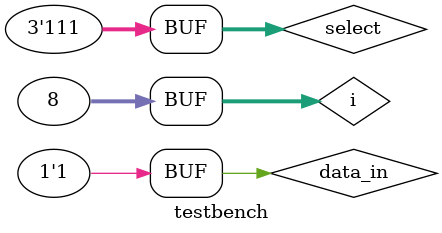
<source format=v>
`timescale 1ns / 1ps


module testbench();
    reg data_in;
    reg [2:0] select;
    wire [7:0] data_out;
    integer i;
    dmux_case uut(
        .data_in(data_in),
        .select(select),
        .data_out(data_out));
        
    initial begin
        data_in = 1'b1;
        for(i = 0; i < 8; i = i+1)begin
            select = i;
            #100;
        end
        
    end
endmodule

</source>
